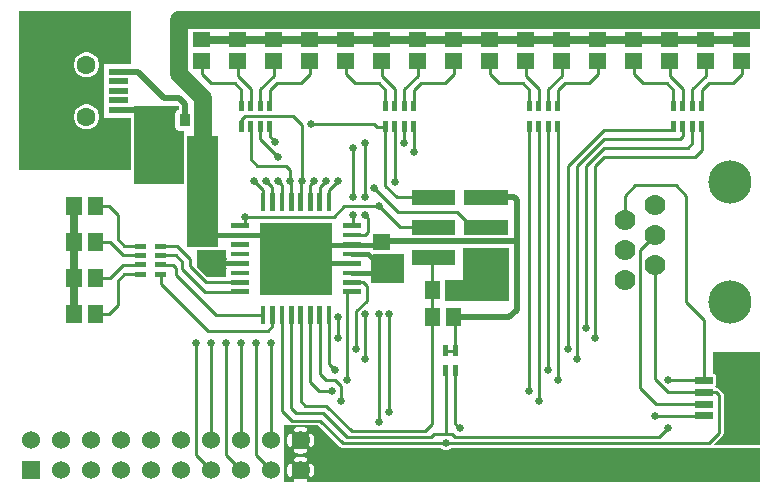
<source format=gbr>
G04 start of page 2 for group 0 idx 0 *
G04 Title: (unknown), top *
G04 Creator: pcb 20140316 *
G04 CreationDate: Mon 17 Feb 2020 04:19:00 AM GMT UTC *
G04 For: railfan *
G04 Format: Gerber/RS-274X *
G04 PCB-Dimensions (mil): 2500.00 1600.00 *
G04 PCB-Coordinate-Origin: lower left *
%MOIN*%
%FSLAX25Y25*%
%LNTOP*%
%ADD35C,0.1280*%
%ADD34C,0.0300*%
%ADD33C,0.0433*%
%ADD32C,0.0380*%
%ADD31C,0.0120*%
%ADD30C,0.0260*%
%ADD29R,0.0500X0.0500*%
%ADD28R,0.0472X0.0472*%
%ADD27R,0.0236X0.0236*%
%ADD26R,0.0167X0.0167*%
%ADD25R,0.0157X0.0157*%
%ADD24R,0.0630X0.0630*%
%ADD23R,0.0177X0.0177*%
%ADD22R,0.0197X0.0197*%
%ADD21R,0.0340X0.0340*%
%ADD20R,0.0512X0.0512*%
%ADD19C,0.1440*%
%ADD18C,0.0700*%
%ADD17C,0.0633*%
%ADD16C,0.0200*%
%ADD15C,0.0250*%
%ADD14C,0.0150*%
%ADD13C,0.0600*%
%ADD12C,0.0100*%
%ADD11C,0.0001*%
G54D11*G36*
X1500Y158500D02*X39000D01*
Y141000D01*
X28267D01*
X28249Y141315D01*
X28096Y141953D01*
X27845Y142558D01*
X27502Y143117D01*
X27076Y143616D01*
X26578Y144042D01*
X26019Y144384D01*
X25413Y144635D01*
X24776Y144788D01*
X24122Y144840D01*
X23468Y144788D01*
X22831Y144635D01*
X22225Y144384D01*
X21666Y144042D01*
X21168Y143616D01*
X20742Y143117D01*
X20399Y142558D01*
X20148Y141953D01*
X19995Y141315D01*
X19970Y141000D01*
X1500D01*
Y158500D01*
G37*
G36*
Y105500D02*Y123000D01*
X19970D01*
X19995Y122685D01*
X20148Y122047D01*
X20399Y121442D01*
X20742Y120883D01*
X21168Y120384D01*
X21666Y119958D01*
X22225Y119616D01*
X22831Y119365D01*
X23468Y119212D01*
X24122Y119160D01*
X24776Y119212D01*
X25413Y119365D01*
X26019Y119616D01*
X26578Y119958D01*
X27076Y120384D01*
X27502Y120883D01*
X27845Y121442D01*
X28096Y122047D01*
X28249Y122685D01*
X28267Y123000D01*
X39000D01*
Y105500D01*
X1500D01*
G37*
G36*
X24116Y158500D02*X30000D01*
Y105500D01*
X24116D01*
Y119161D01*
X24122Y119160D01*
X24776Y119212D01*
X25413Y119365D01*
X26019Y119616D01*
X26578Y119958D01*
X27076Y120384D01*
X27502Y120883D01*
X27845Y121442D01*
X28096Y122047D01*
X28249Y122685D01*
X28287Y123339D01*
X28249Y123992D01*
X28096Y124630D01*
X27845Y125235D01*
X27502Y125794D01*
X27076Y126293D01*
X26578Y126719D01*
X26019Y127061D01*
X25413Y127312D01*
X24776Y127465D01*
X24122Y127517D01*
X24116Y127516D01*
Y136484D01*
X24122Y136483D01*
X24776Y136535D01*
X25413Y136688D01*
X26019Y136939D01*
X26578Y137281D01*
X27076Y137707D01*
X27502Y138206D01*
X27845Y138765D01*
X28096Y139370D01*
X28249Y140008D01*
X28287Y140661D01*
X28249Y141315D01*
X28096Y141953D01*
X27845Y142558D01*
X27502Y143117D01*
X27076Y143616D01*
X26578Y144042D01*
X26019Y144384D01*
X25413Y144635D01*
X24776Y144788D01*
X24122Y144840D01*
X24116Y144839D01*
Y158500D01*
G37*
G36*
X1500D02*X24116D01*
Y144839D01*
X23468Y144788D01*
X22831Y144635D01*
X22225Y144384D01*
X21666Y144042D01*
X21168Y143616D01*
X20742Y143117D01*
X20399Y142558D01*
X20148Y141953D01*
X19995Y141315D01*
X19944Y140661D01*
X19995Y140008D01*
X20148Y139370D01*
X20399Y138765D01*
X20742Y138206D01*
X21168Y137707D01*
X21666Y137281D01*
X22225Y136939D01*
X22831Y136688D01*
X23468Y136535D01*
X24116Y136484D01*
Y127516D01*
X23468Y127465D01*
X22831Y127312D01*
X22225Y127061D01*
X21666Y126719D01*
X21168Y126293D01*
X20742Y125794D01*
X20399Y125235D01*
X20148Y124630D01*
X19995Y123992D01*
X19944Y123339D01*
X19995Y122685D01*
X20148Y122047D01*
X20399Y121442D01*
X20742Y120883D01*
X21168Y120384D01*
X21666Y119958D01*
X22225Y119616D01*
X22831Y119365D01*
X23468Y119212D01*
X24116Y119161D01*
Y105500D01*
X1500D01*
Y158500D01*
G37*
G36*
X40000Y127000D02*X54672D01*
X54900Y126772D01*
Y125671D01*
X54735Y125631D01*
X54517Y125541D01*
X54316Y125417D01*
X54136Y125264D01*
X53983Y125084D01*
X53859Y124883D01*
X53769Y124665D01*
X53714Y124435D01*
X53700Y124200D01*
X53714Y119965D01*
X53769Y119735D01*
X53859Y119517D01*
X53983Y119316D01*
X54136Y119136D01*
X54316Y118983D01*
X54517Y118859D01*
X54735Y118769D01*
X54965Y118714D01*
X55200Y118700D01*
X56500Y118705D01*
Y101000D01*
X40000D01*
Y127000D01*
G37*
G36*
X82000Y88000D02*X106000D01*
Y64000D01*
X82000D01*
Y88000D01*
G37*
G36*
X57500Y117000D02*X68000D01*
Y80000D01*
X57500D01*
Y117000D01*
G37*
G36*
X61000Y79000D02*X70862D01*
X70790Y78827D01*
X70735Y78597D01*
X70721Y78362D01*
X70735Y76553D01*
X70790Y76323D01*
X70880Y76105D01*
X70945Y76000D01*
X70880Y75895D01*
X70790Y75677D01*
X70735Y75447D01*
X70721Y75212D01*
X70735Y73403D01*
X70790Y73173D01*
X70880Y72955D01*
X70945Y72850D01*
X70880Y72745D01*
X70790Y72527D01*
X70735Y72297D01*
X70721Y72062D01*
X70735Y70253D01*
X70790Y70023D01*
X70800Y70000D01*
X64121D01*
X61000Y73121D01*
Y79000D01*
G37*
G36*
X119675Y77500D02*X130000D01*
Y68000D01*
X119000D01*
Y76192D01*
X119166Y76334D01*
X119345Y76543D01*
X119489Y76778D01*
X119595Y77033D01*
X119659Y77300D01*
X119675Y77500D01*
G37*
G36*
X248500Y45000D02*Y14000D01*
X233121D01*
X236019Y16898D01*
X236064Y16936D01*
X236217Y17115D01*
X236217Y17116D01*
X236341Y17317D01*
X236431Y17535D01*
X236486Y17765D01*
X236505Y18000D01*
X236500Y18059D01*
Y30441D01*
X236505Y30500D01*
X236486Y30735D01*
X236486Y30735D01*
X236431Y30965D01*
X236341Y31183D01*
X236217Y31384D01*
X236064Y31564D01*
X236019Y31602D01*
X235134Y32488D01*
X235095Y32532D01*
X234916Y32686D01*
X234715Y32809D01*
X234496Y32899D01*
X234267Y32955D01*
X234032Y32973D01*
X234000Y32971D01*
X233945Y33105D01*
X233863Y33239D01*
X233760Y33359D01*
X233669Y33437D01*
X233760Y33515D01*
X233863Y33635D01*
X233945Y33769D01*
X234005Y33915D01*
X234042Y34068D01*
X234051Y34225D01*
X234042Y36743D01*
X234005Y36896D01*
X233945Y37042D01*
X233863Y37176D01*
X233760Y37296D01*
X233641Y37398D01*
X233506Y37480D01*
X233361Y37541D01*
X233208Y37577D01*
X233051Y37587D01*
X233000Y37586D01*
Y45000D01*
X248500D01*
G37*
G36*
X165000Y62000D02*X143500D01*
Y69000D01*
X165000D01*
Y62000D01*
G37*
G36*
X149500Y79500D02*X165000D01*
Y62000D01*
X149500D01*
Y79500D01*
G37*
G36*
X99113Y20500D02*X101379D01*
X108398Y13481D01*
X108436Y13436D01*
X108615Y13283D01*
X108616Y13283D01*
X108817Y13159D01*
X109035Y13069D01*
X109265Y13014D01*
X109500Y12995D01*
X109559Y13000D01*
X113500D01*
Y1500D01*
X99113D01*
Y3353D01*
X99156Y3360D01*
X99268Y3397D01*
X99373Y3452D01*
X99468Y3522D01*
X99551Y3606D01*
X99619Y3702D01*
X99670Y3808D01*
X99818Y4216D01*
X99922Y4637D01*
X99984Y5067D01*
X100005Y5500D01*
X99984Y5933D01*
X99922Y6363D01*
X99818Y6784D01*
X99675Y7194D01*
X99622Y7300D01*
X99553Y7396D01*
X99470Y7481D01*
X99375Y7551D01*
X99269Y7606D01*
X99157Y7643D01*
X99113Y7651D01*
Y13353D01*
X99156Y13360D01*
X99268Y13397D01*
X99373Y13452D01*
X99468Y13522D01*
X99551Y13606D01*
X99619Y13702D01*
X99670Y13808D01*
X99818Y14216D01*
X99922Y14637D01*
X99984Y15067D01*
X100005Y15500D01*
X99984Y15933D01*
X99922Y16363D01*
X99818Y16784D01*
X99675Y17194D01*
X99622Y17300D01*
X99553Y17396D01*
X99470Y17481D01*
X99375Y17551D01*
X99269Y17606D01*
X99157Y17643D01*
X99113Y17651D01*
Y20500D01*
G37*
G36*
X95498D02*X99113D01*
Y17651D01*
X99040Y17663D01*
X98921Y17664D01*
X98804Y17646D01*
X98691Y17610D01*
X98585Y17557D01*
X98488Y17488D01*
X98404Y17405D01*
X98333Y17309D01*
X98279Y17204D01*
X98241Y17092D01*
X98222Y16975D01*
X98221Y16856D01*
X98239Y16739D01*
X98277Y16626D01*
X98376Y16355D01*
X98444Y16075D01*
X98486Y15789D01*
X98500Y15500D01*
X98486Y15211D01*
X98444Y14925D01*
X98376Y14645D01*
X98280Y14372D01*
X98242Y14261D01*
X98225Y14144D01*
X98225Y14026D01*
X98245Y13909D01*
X98282Y13797D01*
X98336Y13693D01*
X98406Y13598D01*
X98491Y13515D01*
X98587Y13446D01*
X98692Y13393D01*
X98805Y13357D01*
X98921Y13340D01*
X99039Y13341D01*
X99113Y13353D01*
Y7651D01*
X99040Y7663D01*
X98921Y7664D01*
X98804Y7646D01*
X98691Y7610D01*
X98585Y7557D01*
X98488Y7488D01*
X98404Y7405D01*
X98333Y7309D01*
X98279Y7204D01*
X98241Y7092D01*
X98222Y6975D01*
X98221Y6856D01*
X98239Y6739D01*
X98277Y6626D01*
X98376Y6355D01*
X98444Y6075D01*
X98486Y5789D01*
X98500Y5500D01*
X98486Y5211D01*
X98444Y4925D01*
X98376Y4645D01*
X98280Y4372D01*
X98242Y4261D01*
X98225Y4144D01*
X98225Y4026D01*
X98245Y3909D01*
X98282Y3797D01*
X98336Y3693D01*
X98406Y3598D01*
X98491Y3515D01*
X98587Y3446D01*
X98692Y3393D01*
X98805Y3357D01*
X98921Y3340D01*
X99039Y3341D01*
X99113Y3353D01*
Y1500D01*
X97450D01*
X97481Y1530D01*
X97551Y1625D01*
X97606Y1731D01*
X97643Y1843D01*
X97663Y1960D01*
X97664Y2079D01*
X97646Y2196D01*
X97610Y2309D01*
X97557Y2415D01*
X97488Y2512D01*
X97405Y2596D01*
X97309Y2667D01*
X97204Y2721D01*
X97092Y2759D01*
X96975Y2778D01*
X96856Y2779D01*
X96739Y2761D01*
X96626Y2723D01*
X96355Y2624D01*
X96075Y2556D01*
X95789Y2514D01*
X95500Y2500D01*
X95498Y2500D01*
Y8500D01*
X95500Y8500D01*
X95789Y8486D01*
X96075Y8444D01*
X96355Y8376D01*
X96628Y8280D01*
X96739Y8242D01*
X96856Y8225D01*
X96974Y8225D01*
X97091Y8245D01*
X97203Y8282D01*
X97307Y8336D01*
X97402Y8406D01*
X97485Y8491D01*
X97554Y8587D01*
X97607Y8692D01*
X97643Y8805D01*
X97660Y8921D01*
X97659Y9039D01*
X97640Y9156D01*
X97603Y9268D01*
X97548Y9373D01*
X97478Y9468D01*
X97394Y9551D01*
X97298Y9619D01*
X97192Y9670D01*
X96784Y9818D01*
X96363Y9922D01*
X95933Y9984D01*
X95500Y10005D01*
X95498Y10005D01*
Y10995D01*
X95500Y10995D01*
X95933Y11016D01*
X96363Y11078D01*
X96784Y11182D01*
X97194Y11325D01*
X97300Y11378D01*
X97396Y11447D01*
X97481Y11530D01*
X97551Y11625D01*
X97606Y11731D01*
X97643Y11843D01*
X97663Y11960D01*
X97664Y12079D01*
X97646Y12196D01*
X97610Y12309D01*
X97557Y12415D01*
X97488Y12512D01*
X97405Y12596D01*
X97309Y12667D01*
X97204Y12721D01*
X97092Y12759D01*
X96975Y12778D01*
X96856Y12779D01*
X96739Y12761D01*
X96626Y12723D01*
X96355Y12624D01*
X96075Y12556D01*
X95789Y12514D01*
X95500Y12500D01*
X95498Y12500D01*
Y18500D01*
X95500Y18500D01*
X95789Y18486D01*
X96075Y18444D01*
X96355Y18376D01*
X96628Y18280D01*
X96739Y18242D01*
X96856Y18225D01*
X96974Y18225D01*
X97091Y18245D01*
X97203Y18282D01*
X97307Y18336D01*
X97402Y18406D01*
X97485Y18491D01*
X97554Y18587D01*
X97607Y18692D01*
X97643Y18805D01*
X97660Y18921D01*
X97659Y19039D01*
X97640Y19156D01*
X97603Y19268D01*
X97548Y19373D01*
X97478Y19468D01*
X97394Y19551D01*
X97298Y19619D01*
X97192Y19670D01*
X96784Y19818D01*
X96363Y19922D01*
X95933Y19984D01*
X95500Y20005D01*
X95498Y20005D01*
Y20500D01*
G37*
G36*
X91887D02*X92441D01*
X92500Y20495D01*
X92559Y20500D01*
X95498D01*
Y20005D01*
X95067Y19984D01*
X94637Y19922D01*
X94216Y19818D01*
X93806Y19675D01*
X93700Y19622D01*
X93604Y19553D01*
X93519Y19470D01*
X93449Y19375D01*
X93394Y19269D01*
X93357Y19157D01*
X93337Y19040D01*
X93336Y18921D01*
X93354Y18804D01*
X93390Y18691D01*
X93443Y18585D01*
X93512Y18488D01*
X93595Y18404D01*
X93691Y18333D01*
X93796Y18279D01*
X93908Y18241D01*
X94025Y18222D01*
X94144Y18221D01*
X94261Y18239D01*
X94374Y18277D01*
X94645Y18376D01*
X94925Y18444D01*
X95211Y18486D01*
X95498Y18500D01*
Y12500D01*
X95211Y12514D01*
X94925Y12556D01*
X94645Y12624D01*
X94372Y12720D01*
X94261Y12758D01*
X94144Y12775D01*
X94026Y12775D01*
X93909Y12755D01*
X93797Y12718D01*
X93693Y12664D01*
X93598Y12594D01*
X93515Y12509D01*
X93446Y12413D01*
X93393Y12308D01*
X93357Y12195D01*
X93340Y12079D01*
X93341Y11961D01*
X93360Y11844D01*
X93397Y11732D01*
X93452Y11627D01*
X93522Y11532D01*
X93606Y11449D01*
X93702Y11381D01*
X93808Y11330D01*
X94216Y11182D01*
X94637Y11078D01*
X95067Y11016D01*
X95498Y10995D01*
Y10005D01*
X95067Y9984D01*
X94637Y9922D01*
X94216Y9818D01*
X93806Y9675D01*
X93700Y9622D01*
X93604Y9553D01*
X93519Y9470D01*
X93449Y9375D01*
X93394Y9269D01*
X93357Y9157D01*
X93337Y9040D01*
X93336Y8921D01*
X93354Y8804D01*
X93390Y8691D01*
X93443Y8585D01*
X93512Y8488D01*
X93595Y8404D01*
X93691Y8333D01*
X93796Y8279D01*
X93908Y8241D01*
X94025Y8222D01*
X94144Y8221D01*
X94261Y8239D01*
X94374Y8277D01*
X94645Y8376D01*
X94925Y8444D01*
X95211Y8486D01*
X95498Y8500D01*
Y2500D01*
X95211Y2514D01*
X94925Y2556D01*
X94645Y2624D01*
X94372Y2720D01*
X94261Y2758D01*
X94144Y2775D01*
X94026Y2775D01*
X93909Y2755D01*
X93797Y2718D01*
X93693Y2664D01*
X93598Y2594D01*
X93515Y2509D01*
X93446Y2413D01*
X93393Y2308D01*
X93357Y2195D01*
X93340Y2079D01*
X93341Y1961D01*
X93360Y1844D01*
X93397Y1732D01*
X93452Y1627D01*
X93522Y1532D01*
X93555Y1500D01*
X91887D01*
Y3349D01*
X91960Y3337D01*
X92079Y3336D01*
X92196Y3354D01*
X92309Y3390D01*
X92415Y3443D01*
X92512Y3512D01*
X92596Y3595D01*
X92667Y3691D01*
X92721Y3796D01*
X92759Y3908D01*
X92778Y4025D01*
X92779Y4144D01*
X92761Y4261D01*
X92723Y4374D01*
X92624Y4645D01*
X92556Y4925D01*
X92514Y5211D01*
X92500Y5500D01*
X92514Y5789D01*
X92556Y6075D01*
X92624Y6355D01*
X92720Y6628D01*
X92758Y6739D01*
X92775Y6856D01*
X92775Y6974D01*
X92755Y7091D01*
X92718Y7203D01*
X92664Y7307D01*
X92594Y7402D01*
X92509Y7485D01*
X92413Y7554D01*
X92308Y7607D01*
X92195Y7643D01*
X92079Y7660D01*
X91961Y7659D01*
X91887Y7647D01*
Y13349D01*
X91960Y13337D01*
X92079Y13336D01*
X92196Y13354D01*
X92309Y13390D01*
X92415Y13443D01*
X92512Y13512D01*
X92596Y13595D01*
X92667Y13691D01*
X92721Y13796D01*
X92759Y13908D01*
X92778Y14025D01*
X92779Y14144D01*
X92761Y14261D01*
X92723Y14374D01*
X92624Y14645D01*
X92556Y14925D01*
X92514Y15211D01*
X92500Y15500D01*
X92514Y15789D01*
X92556Y16075D01*
X92624Y16355D01*
X92720Y16628D01*
X92758Y16739D01*
X92775Y16856D01*
X92775Y16974D01*
X92755Y17091D01*
X92718Y17203D01*
X92664Y17307D01*
X92594Y17402D01*
X92509Y17485D01*
X92413Y17554D01*
X92308Y17607D01*
X92195Y17643D01*
X92079Y17660D01*
X91961Y17659D01*
X91887Y17647D01*
Y20500D01*
G37*
G36*
X90000D02*X91887D01*
Y17647D01*
X91844Y17640D01*
X91732Y17603D01*
X91627Y17548D01*
X91532Y17478D01*
X91449Y17394D01*
X91381Y17298D01*
X91330Y17192D01*
X91182Y16784D01*
X91078Y16363D01*
X91016Y15933D01*
X90995Y15500D01*
X91016Y15067D01*
X91078Y14637D01*
X91182Y14216D01*
X91325Y13806D01*
X91378Y13700D01*
X91447Y13604D01*
X91530Y13519D01*
X91625Y13449D01*
X91731Y13394D01*
X91843Y13357D01*
X91887Y13349D01*
Y7647D01*
X91844Y7640D01*
X91732Y7603D01*
X91627Y7548D01*
X91532Y7478D01*
X91449Y7394D01*
X91381Y7298D01*
X91330Y7192D01*
X91182Y6784D01*
X91078Y6363D01*
X91016Y5933D01*
X90995Y5500D01*
X91016Y5067D01*
X91078Y4637D01*
X91182Y4216D01*
X91325Y3806D01*
X91378Y3700D01*
X91447Y3604D01*
X91530Y3519D01*
X91625Y3449D01*
X91731Y3394D01*
X91843Y3357D01*
X91887Y3349D01*
Y1500D01*
X90000D01*
Y20500D01*
G37*
G36*
X111000Y13000D02*X142256D01*
X142369Y12869D01*
X142644Y12634D01*
X142953Y12444D01*
X143287Y12306D01*
X143639Y12221D01*
X144000Y12193D01*
X144361Y12221D01*
X144713Y12306D01*
X145047Y12444D01*
X145356Y12634D01*
X145631Y12869D01*
X145744Y13000D01*
X231441D01*
X231500Y12995D01*
X231559Y13000D01*
X248500D01*
Y1500D01*
X111000D01*
Y13000D01*
G37*
G36*
X248500Y158500D02*Y152500D01*
X245897D01*
X245762Y152556D01*
X245609Y152593D01*
X245452Y152602D01*
X239391Y152593D01*
X239238Y152556D01*
X239103Y152500D01*
X238244D01*
X238366Y152644D01*
X238556Y152953D01*
X238694Y153287D01*
X238779Y153639D01*
X238800Y154000D01*
X238779Y154361D01*
X238694Y154713D01*
X238556Y155047D01*
X238366Y155356D01*
X238244Y155500D01*
X238366Y155644D01*
X238556Y155953D01*
X238694Y156287D01*
X238779Y156639D01*
X238800Y157000D01*
X238779Y157361D01*
X238694Y157713D01*
X238556Y158047D01*
X238366Y158356D01*
X238244Y158500D01*
X248500D01*
G37*
G54D12*X75776Y126848D02*Y132224D01*
X78925Y126848D02*Y132575D01*
X85224Y132224D02*Y126848D01*
X82075Y132575D02*Y126848D01*
X75776Y132224D02*X73500Y134500D01*
X65500D01*
X62500Y137500D01*
Y141957D01*
X78925Y132575D02*X74500Y137000D01*
Y141957D01*
X85224Y132224D02*X87500Y134500D01*
X95500D01*
X98500Y137500D01*
Y141957D02*Y137500D01*
X86500Y141957D02*Y137000D01*
X82075Y132575D02*X86500Y137000D01*
G54D13*X63000Y111000D02*Y129500D01*
G54D12*X82075Y120152D02*Y115925D01*
X88000Y110000D01*
X82976Y94779D02*Y99024D01*
X80000Y102000D01*
X86126Y94779D02*Y99874D01*
X84000Y102000D01*
X89275Y94779D02*Y100725D01*
X88000Y102000D01*
X92425Y94779D02*Y101575D01*
X92000Y102000D01*
X95575Y94779D02*Y101575D01*
X96000Y102000D01*
X77000Y90000D02*Y87000D01*
X113000Y90500D02*Y87000D01*
X77000Y90000D02*X106500D01*
X110000Y93500D01*
X112779Y83874D02*X116874D01*
X110000Y93500D02*X121500D01*
X99000Y121000D02*X120000D01*
X121000Y120000D01*
X123776D01*
Y120152D02*Y100224D01*
X127500Y96500D01*
X113000D02*Y113000D01*
X117000Y96500D02*Y114500D01*
X126925Y120152D02*Y101500D01*
X96000Y102000D02*Y120500D01*
X93000Y123500D01*
X92000Y105500D02*Y102000D01*
X93000Y123500D02*X77000D01*
X75776Y122276D01*
Y120152D01*
X85224D02*Y116776D01*
X78925Y120152D02*Y109075D01*
X85224Y116776D02*X87000Y115000D01*
X78925Y109075D02*X81000Y107000D01*
X90500D01*
X92000Y105500D01*
G54D14*X117925Y77575D02*X120500Y75000D01*
X122500Y80725D02*X100000D01*
X112779Y74425D02*X100000D01*
X117925Y77575D02*X112779D01*
G54D12*X116874Y83874D02*X118000Y85000D01*
Y89500D01*
X101874Y94779D02*Y99874D01*
X104000Y102000D01*
X105023Y99023D02*X108000Y102000D01*
X105023Y94779D02*Y99023D01*
X118000Y89500D02*X117000Y90500D01*
X121500Y93500D02*X128500Y86500D01*
X139760D01*
X120000Y99500D02*X128000Y91500D01*
X127500Y96500D02*X139760D01*
X130075Y120152D02*Y114500D01*
X133224Y120152D02*Y111500D01*
X36776Y70776D02*X34500Y68500D01*
Y60500D01*
X27043Y57500D02*X31500D01*
X36425Y73925D02*X32000Y69500D01*
X27043D02*X32000D01*
G54D15*X19957Y93500D02*Y57500D01*
G54D12*X36776Y70776D02*X42152D01*
X34500Y60500D02*X31500Y57500D01*
X36425Y73925D02*X42152D01*
X36776Y80224D02*X42152D01*
X36425Y77075D02*X42152D01*
X36776Y80224D02*X34500Y82500D01*
X36425Y77075D02*X32000Y81500D01*
X27043D02*X32000D01*
X34500Y90500D02*Y82500D01*
G54D16*X34850Y125701D02*X44500D01*
X56900Y127600D02*Y122200D01*
G54D12*X34500Y90500D02*X31500Y93500D01*
X27043D02*X31500D01*
G54D14*X75221Y83874D02*X64500D01*
G54D12*X48848Y80224D02*X54276D01*
X48848Y77075D02*X53925D01*
X48848Y73925D02*X53075D01*
X54000Y73000D01*
X48848Y70776D02*Y67652D01*
X54276Y80224D02*X58500Y76000D01*
X53925Y77075D02*X56000Y75000D01*
Y72500D01*
X54000Y73000D02*Y70500D01*
X58500Y76000D02*Y73500D01*
X63874Y68126D01*
X75221D01*
X56000Y72500D02*X63524Y64976D01*
X75221D01*
X54000Y70500D02*X67279Y57221D01*
X48848Y67652D02*X64500Y52000D01*
X67279Y57221D02*X82977D01*
X64500Y52000D02*X84500D01*
X86126Y53626D01*
Y57221D01*
X114000Y58500D02*X117500Y62000D01*
X112779Y68126D02*X116374D01*
X117500Y67000D01*
Y62000D02*Y67000D01*
X98724Y94779D02*Y100724D01*
X100000Y102000D01*
G54D14*X75221Y83874D02*X88000D01*
G54D15*X242500Y149043D02*X62500D01*
G54D13*X55000Y155500D02*X245500D01*
G54D12*X123776Y126848D02*Y132224D01*
X113500Y134500D02*X110500Y137500D01*
X126925Y126848D02*Y132575D01*
X123776Y132224D02*X121500Y134500D01*
X113500D01*
X110500Y137500D02*Y141957D01*
X126925Y132575D02*X122500Y137000D01*
Y141957D01*
X133224Y132224D02*X135500Y134500D01*
X130075Y132575D02*X134500Y137000D01*
X135500Y134500D02*X143500D01*
X146500Y137500D01*
Y141957D02*Y137500D01*
X134500Y141957D02*Y137000D01*
X226075Y132575D02*Y126848D01*
Y132575D02*X230500Y137000D01*
Y141957D02*Y137000D01*
X171776Y126848D02*Y132224D01*
X169500Y134500D01*
X161500D01*
X158500Y137500D01*
X174925Y126848D02*Y132575D01*
X158500Y137500D02*Y141957D01*
X174925Y132575D02*X170500Y137000D01*
Y141957D01*
G54D16*X34850Y138299D02*X41201D01*
X50000Y129500D01*
X55000D01*
X56900Y127600D01*
G54D13*X63000Y129500D02*X55000Y137500D01*
Y155500D01*
G54D12*X181224Y132224D02*Y126848D01*
Y132224D02*X183500Y134500D01*
X191500D01*
X194500Y137500D01*
Y141957D02*Y137500D01*
X178075Y132575D02*Y126848D01*
Y132575D02*X182500Y137000D01*
Y141957D02*Y137000D01*
X219776Y126848D02*Y132224D01*
X217500Y134500D01*
X209500D01*
X206500Y137500D01*
Y141957D01*
X222925Y126848D02*Y132575D01*
X218500Y137000D01*
X133224Y132224D02*Y126848D01*
X130075Y132575D02*Y126848D01*
X229224Y132224D02*Y126848D01*
Y132224D02*X231500Y134500D01*
X239500D01*
X218500Y137000D02*Y141957D01*
X239500Y134500D02*X242500Y137500D01*
Y141957D02*Y137500D01*
X230000Y55500D02*X224000Y61500D01*
X230000Y35406D02*Y55500D01*
X213500Y36000D02*Y74000D01*
X208500Y33000D02*Y79000D01*
X230000Y35406D02*X218000D01*
X218031Y31469D02*X213500Y36000D01*
X213969Y27531D02*X208500Y33000D01*
X230000Y27531D02*X213969D01*
X230000Y23594D02*X213500D01*
X231500Y14500D02*X235000Y18000D01*
X218031Y31469D02*X234031D01*
X235000Y18000D02*Y30500D01*
X234031Y31469D02*X235000Y30500D01*
X215000Y16500D02*X218000Y19500D01*
X109500Y14500D02*X231500D01*
X147000Y16500D02*X215000D01*
X112500Y18500D02*X137000D01*
X139000Y16500D02*X111000D01*
X146000Y17500D02*X140000D01*
X146000D02*X147000Y16500D01*
X137000Y18500D02*X139457Y20957D01*
X140000Y17500D02*X139000Y16500D01*
X143925Y38652D02*Y17500D01*
X147075Y38652D02*Y20925D01*
X148500Y19500D01*
X139457Y76500D02*Y20957D01*
X143925Y45348D02*X147075D01*
Y56500D01*
G54D16*X167500Y82000D02*X122500D01*
G54D12*X128000Y91500D02*X147500D01*
X152500Y86500D01*
G54D16*X157240Y96500D02*X166500D01*
X167500Y95500D01*
Y59000D01*
X165000Y56500D01*
X146543D01*
G54D12*X171776Y120152D02*Y32000D01*
X174925Y120152D02*Y28500D01*
X178075Y120152D02*Y39000D01*
X181224Y120152D02*Y35500D01*
X224000Y61500D02*Y97000D01*
X220500Y100500D01*
X207000D01*
X203500Y97000D01*
Y89000D01*
X208500Y79000D02*X213500Y84000D01*
X229224Y120152D02*Y112224D01*
X227000Y110000D01*
X226075Y120152D02*Y114575D01*
X224500Y113000D01*
X222925Y120152D02*Y116925D01*
X222000Y116000D01*
X227000Y110000D02*X196500D01*
X193500Y107000D01*
X196500Y113000D02*X190500Y107000D01*
X196500Y116000D02*X187500Y107000D01*
X196500Y119000D02*X184500Y107000D01*
X193500D02*Y49500D01*
X190500Y107000D02*Y53000D01*
X187500Y107000D02*Y42500D01*
X184500Y107000D02*Y46000D01*
X224500Y113000D02*X196500D01*
X222000Y116000D02*X196500D01*
X219776Y119000D02*X196500D01*
X85500Y5500D02*X80500Y10500D01*
X92500Y22000D02*X102000D01*
X109500Y14500D01*
X94000Y24500D02*X103000D01*
X111000Y16500D01*
X75500Y5500D02*X70500Y10500D01*
X65500Y5500D02*X60500Y10500D01*
X97000Y27000D02*X104000D01*
X112500Y18500D01*
X101500Y32000D02*X106000D01*
X101874Y37626D02*X104000Y35500D01*
X109000Y28500D02*Y33500D01*
X107000Y35500D01*
X104000D01*
X80500Y10500D02*Y48000D01*
X85500Y15500D02*Y48000D01*
X89276Y25224D02*X92500Y22000D01*
X92425Y26075D02*X94000Y24500D01*
X75500Y15500D02*Y48000D01*
G54D14*X75221Y74425D02*X64500D01*
G54D12*X70500Y10500D02*Y48000D01*
X65500Y15500D02*Y48000D01*
X60500Y10500D02*Y48000D01*
X89276Y57221D02*Y25224D01*
X92425Y57221D02*Y26075D01*
X95575Y57221D02*Y28425D01*
X97000Y27000D01*
X98725Y34775D02*X101500Y32000D01*
X98725Y57221D02*Y34775D01*
X101874Y57221D02*Y37626D01*
X105024Y57221D02*Y40976D01*
X107000Y39000D01*
X111000Y35500D02*Y64977D01*
X114000Y46000D02*Y58500D01*
X117000Y42500D02*Y57500D01*
X121500D02*Y21500D01*
X125000Y57500D02*Y25000D01*
G54D14*X112779Y71276D02*X122000D01*
G54D12*X108000Y49500D02*Y56500D01*
G54D11*G36*
X2500Y8500D02*Y2500D01*
X8500D01*
Y8500D01*
X2500D01*
G37*
G54D13*X15500Y5500D03*
X25500D03*
X5500Y15500D03*
X15500D03*
X25500D03*
G54D17*X24122Y140661D03*
Y123339D03*
G54D13*X35500Y5500D03*
X45500D03*
X55500D03*
X65500D03*
X75500D03*
X85500D03*
Y15500D03*
X95500Y5500D03*
Y15500D03*
X35500D03*
X45500D03*
X55500D03*
X65500D03*
X75500D03*
G54D18*X203500Y69000D03*
X213500Y74000D03*
X203500Y79000D03*
X213500Y84000D03*
X203500Y89000D03*
X213500Y94000D03*
G54D19*X238500Y61500D03*
Y101500D03*
G54D20*X60586Y104893D02*Y104107D01*
G54D21*X60800Y114300D02*Y113700D01*
G54D20*X62107Y149043D02*X62893D01*
X62107Y141957D02*X62893D01*
X53500Y104893D02*Y104107D01*
G54D21*X53000Y114300D02*Y113700D01*
X56900Y122500D02*Y121900D01*
G54D22*X32587Y138299D02*X36917D01*
G54D23*X33768D02*X35933D01*
G54D24*X11524Y149126D02*X13098D01*
X33177D02*X34752D01*
G54D22*X32587Y135150D02*X36917D01*
G54D23*X33768D02*X35933D01*
G54D22*X32587Y132000D02*X36917D01*
G54D23*X33768D02*X35933D01*
G54D22*X32587Y128850D02*X36917D01*
G54D23*X33768D02*X35933D01*
G54D22*X32587Y125701D02*X36917D01*
G54D23*X33768D02*X35933D01*
G54D24*X11524Y114874D02*X13098D01*
X33177D02*X34752D01*
G54D25*X73008Y87023D02*X77434D01*
X73008Y83874D02*X77434D01*
X73008Y80724D02*X77434D01*
X73008Y77575D02*X77434D01*
X73008Y74425D02*X77434D01*
X73008Y71275D02*X77434D01*
X73008Y68126D02*X77434D01*
X73008Y64976D02*X77434D01*
G54D20*X64107Y83043D02*X64893D01*
X64107Y75957D02*X64893D01*
G54D25*X82977Y59434D02*Y55008D01*
X86126Y59434D02*Y55008D01*
X89276Y59434D02*Y55008D01*
X92425Y59434D02*Y55008D01*
X95575Y59434D02*Y55008D01*
X98725Y59434D02*Y55008D01*
X101874Y59434D02*Y55008D01*
X105024Y59434D02*Y55008D01*
G54D20*X19957Y57893D02*Y57107D01*
X27043Y57893D02*Y57107D01*
G54D26*X47913Y70776D02*X49783D01*
X47913Y73925D02*X49783D01*
X47913Y77075D02*X49783D01*
X47913Y80224D02*X49783D01*
X41217D02*X43087D01*
X41217Y77075D02*X43087D01*
X41217Y73925D02*X43087D01*
X41217Y70776D02*X43087D01*
G54D20*X19957Y69893D02*Y69107D01*
X27043Y69893D02*Y69107D01*
X19957Y81893D02*Y81107D01*
X27043Y81893D02*Y81107D01*
X19957Y93893D02*Y93107D01*
X27043Y93893D02*Y93107D01*
G54D27*X228130Y23594D02*X231870D01*
G54D28*X244075Y18476D02*X246437D01*
G54D27*X228130Y27531D02*X231870D01*
X228130Y31469D02*X231870D01*
X228130Y35406D02*X231870D01*
G54D28*X244075Y40524D02*X246437D01*
G54D29*X135016Y76500D02*X144504D01*
X152496D02*X161984D01*
G54D26*X143925Y46283D02*Y44413D01*
G54D20*X146543Y56893D02*Y56107D01*
G54D29*X135016Y96500D02*X144504D01*
X135016Y86500D02*X144504D01*
X152496D02*X161984D01*
X152496Y96500D02*X161984D01*
G54D26*X143925Y39587D02*Y37717D01*
X171776Y121087D02*Y119217D01*
Y127783D02*Y125913D01*
X174925Y121087D02*Y119217D01*
Y127783D02*Y125913D01*
X178075Y121087D02*Y119217D01*
X181224Y121087D02*Y119217D01*
Y127783D02*Y125913D01*
X178075Y127783D02*Y125913D01*
G54D25*X110566Y74425D02*X114992D01*
X110566Y77575D02*X114992D01*
X110566Y80725D02*X114992D01*
X110566Y83874D02*X114992D01*
X110566Y87024D02*X114992D01*
G54D20*X122107Y81543D02*X122893D01*
G54D26*X123776Y121087D02*Y119217D01*
X126925Y121087D02*Y119217D01*
X130075Y121087D02*Y119217D01*
X133224Y121087D02*Y119217D01*
Y127783D02*Y125913D01*
X130075Y127783D02*Y125913D01*
X126925Y127783D02*Y125913D01*
X123776Y127783D02*Y125913D01*
X147075Y39587D02*Y37717D01*
Y46283D02*Y44413D01*
G54D20*X139457Y65893D02*Y65107D01*
X146543Y65893D02*Y65107D01*
X139457Y56893D02*Y56107D01*
X122107Y74457D02*X122893D01*
G54D25*X110566Y64977D02*X114992D01*
X110566Y68126D02*X114992D01*
X110566Y71276D02*X114992D01*
X105023Y96992D02*Y92566D01*
X101874Y96992D02*Y92566D01*
X98724Y96992D02*Y92566D01*
X95575Y96992D02*Y92566D01*
X92425Y96992D02*Y92566D01*
X89275Y96992D02*Y92566D01*
X86126Y96992D02*Y92566D01*
X82976Y96992D02*Y92566D01*
G54D26*X75776Y121087D02*Y119217D01*
Y127783D02*Y125913D01*
G54D20*X74107Y149043D02*X74893D01*
X74107Y141957D02*X74893D01*
G54D26*X78925Y121087D02*Y119217D01*
X82075Y121087D02*Y119217D01*
X85224Y121087D02*Y119217D01*
Y127783D02*Y125913D01*
X82075Y127783D02*Y125913D01*
X78925Y127783D02*Y125913D01*
G54D20*X86107Y149043D02*X86893D01*
X86107Y141957D02*X86893D01*
X98107Y149043D02*X98893D01*
X110107D02*X110893D01*
X122107D02*X122893D01*
X98107Y141957D02*X98893D01*
X110107D02*X110893D01*
X122107D02*X122893D01*
X134107D02*X134893D01*
X146107D02*X146893D01*
X158107D02*X158893D01*
X134107Y149043D02*X134893D01*
X146107D02*X146893D01*
X158107D02*X158893D01*
X170107D02*X170893D01*
X170107Y141957D02*X170893D01*
X182107Y149043D02*X182893D01*
X194107D02*X194893D01*
X206107D02*X206893D01*
X218107D02*X218893D01*
X230107D02*X230893D01*
X242107D02*X242893D01*
X182107Y141957D02*X182893D01*
X194107D02*X194893D01*
X206107D02*X206893D01*
X218107D02*X218893D01*
X230107D02*X230893D01*
X242107D02*X242893D01*
G54D26*X219776Y121087D02*Y119217D01*
X222925Y121087D02*Y119217D01*
X226075Y121087D02*Y119217D01*
X229224Y121087D02*Y119217D01*
Y127783D02*Y125913D01*
X226075Y127783D02*Y125913D01*
X222925Y127783D02*Y125913D01*
X219776Y127783D02*Y125913D01*
G54D30*X106000Y32000D03*
X109000Y28500D03*
X107000Y39000D03*
X111000Y35500D03*
X114000Y46000D03*
X108000Y56500D03*
Y49500D03*
X117000Y42500D03*
X121500Y21500D03*
X125000Y25000D03*
X144000Y14500D03*
X117000Y57500D03*
X121500D03*
X125000D03*
X121000Y70000D03*
X124500D03*
X128000D03*
Y73500D03*
X162500Y71000D03*
Y67500D03*
Y64000D03*
X159000D03*
Y67500D03*
X148500Y19500D03*
X171776Y32000D03*
X174925Y28500D03*
X178075Y39000D03*
X181224Y35500D03*
X193500Y49500D03*
X190500Y53000D03*
X187500Y42500D03*
X184500Y46000D03*
X213500Y23594D03*
X218000Y35406D03*
Y19500D03*
X222000Y10500D03*
Y7000D03*
Y3500D03*
X225500Y10500D03*
Y7000D03*
Y3500D03*
X229000Y10500D03*
X232500D03*
X229000Y7000D03*
Y3500D03*
X232500Y7000D03*
Y3500D03*
X236000Y10500D03*
Y7000D03*
Y3500D03*
X239500Y10500D03*
X243000D03*
X239500Y7000D03*
Y3500D03*
X243000Y7000D03*
Y3500D03*
X246500Y10500D03*
Y7000D03*
Y3500D03*
X68500Y149000D03*
X92500D03*
X116500D03*
X140500D03*
X164500D03*
X188500D03*
X212500D03*
X225000Y157000D03*
Y154000D03*
X236500Y157000D03*
Y154000D03*
X44000Y112000D03*
Y108000D03*
Y104000D03*
Y124000D03*
Y120000D03*
Y116000D03*
X48000Y124000D03*
Y120000D03*
Y116000D03*
Y112000D03*
Y108000D03*
Y104000D03*
X65500Y72000D03*
X69000D03*
X20000Y87500D03*
Y63500D03*
Y75500D03*
X92000Y102000D03*
X96000D03*
X100000D03*
X104000D03*
X108000D03*
X88000D03*
X84000D03*
X87000Y115000D03*
X99000Y121000D03*
X88000Y110000D03*
X80000Y102000D03*
X77000Y90000D03*
X85500Y48000D03*
X80500D03*
X70500D03*
X75500D03*
X60500D03*
X65500D03*
X113000Y90500D03*
Y96500D03*
Y113000D03*
X117000Y90500D03*
Y96500D03*
X120000Y99500D03*
X121500Y93500D03*
X117000Y114500D03*
X130075D03*
X133224Y111500D03*
X126925Y101500D03*
G54D31*G54D32*G54D33*G54D32*G54D34*G54D35*M02*

</source>
